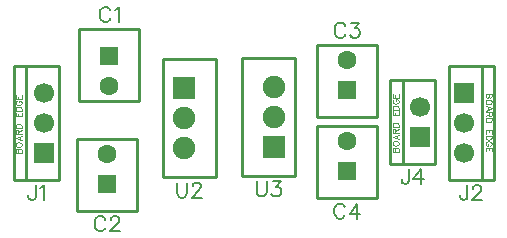
<source format=gbr>
G04 DipTrace 2.4.0.2*
%INTopAssy.gbr*%
%MOIN*%
%ADD10C,0.0098*%
%ADD12C,0.003*%
%ADD16R,0.063X0.063*%
%ADD17C,0.063*%
%ADD18R,0.0669X0.0669*%
%ADD19C,0.0669*%
%ADD20R,0.0748X0.0748*%
%ADD21C,0.0748*%
%ADD33C,0.0077*%
%FSLAX44Y44*%
G04*
G70*
G90*
G75*
G01*
%LNTopAssy*%
%LPD*%
X2188Y6147D2*
D10*
X4188D1*
Y3730D1*
X2188D1*
Y6147D1*
D16*
X3188Y5230D3*
D17*
Y4230D3*
X2125Y2490D2*
D10*
X4125D1*
Y73D1*
X2125D1*
Y2490D1*
D16*
X3125Y990D3*
D17*
Y1990D3*
X10126Y5620D2*
D10*
X12126D1*
Y3203D1*
X10126D1*
Y5620D1*
D16*
X11126Y4120D3*
D17*
Y5120D3*
X10126Y2910D2*
D10*
X12126D1*
Y493D1*
X10126D1*
Y2910D1*
D16*
X11126Y1410D3*
D17*
Y2410D3*
X402Y1106D2*
D10*
Y4894D1*
X0D2*
X1500D1*
Y1106D1*
X0D1*
Y4894D1*
D18*
X1000Y2000D3*
D19*
Y3000D3*
Y4000D3*
X15600Y4894D2*
D10*
Y1106D1*
X14502Y4894D2*
X16002D1*
Y1106D1*
X14502D1*
Y4894D1*
D18*
X15002Y4000D3*
D19*
Y3000D3*
Y2000D3*
X12965Y1646D2*
D10*
Y4434D1*
X12564D2*
X14064D1*
Y1646D1*
X12564D1*
Y4434D1*
D18*
X13564Y2540D3*
D19*
Y3540D3*
X4979Y5129D2*
D10*
X6751D1*
Y1191D1*
X4979D1*
Y5129D1*
D20*
X5688Y4160D3*
D21*
Y3160D3*
Y2160D3*
X7625Y5169D2*
D10*
X9397D1*
Y1231D1*
X7625D1*
Y5169D1*
D20*
X8688Y2200D3*
D21*
Y3200D3*
Y4200D3*
X3230Y6760D2*
D33*
X3206Y6807D1*
X3158Y6855D1*
X3111Y6879D1*
X3015D1*
X2967Y6855D1*
X2919Y6807D1*
X2895Y6760D1*
X2871Y6688D1*
Y6568D1*
X2895Y6497D1*
X2919Y6449D1*
X2967Y6401D1*
X3015Y6377D1*
X3111D1*
X3158Y6401D1*
X3206Y6449D1*
X3230Y6497D1*
X3384Y6783D2*
X3432Y6807D1*
X3504Y6879D1*
Y6377D1*
X3060Y-216D2*
X3036Y-168D1*
X2988Y-120D1*
X2941Y-97D1*
X2845D1*
X2797Y-120D1*
X2749Y-168D1*
X2725Y-216D1*
X2701Y-288D1*
Y-408D1*
X2725Y-479D1*
X2749Y-527D1*
X2797Y-575D1*
X2845Y-599D1*
X2941D1*
X2988Y-575D1*
X3036Y-527D1*
X3060Y-479D1*
X3239Y-217D2*
Y-193D1*
X3262Y-145D1*
X3286Y-121D1*
X3334Y-97D1*
X3430D1*
X3477Y-121D1*
X3501Y-145D1*
X3526Y-193D1*
Y-240D1*
X3501Y-288D1*
X3454Y-360D1*
X3214Y-599D1*
X3549D1*
X11061Y6233D2*
X11037Y6280D1*
X10989Y6328D1*
X10941Y6352D1*
X10846D1*
X10798Y6328D1*
X10750Y6280D1*
X10726Y6233D1*
X10702Y6161D1*
Y6041D1*
X10726Y5970D1*
X10750Y5922D1*
X10798Y5874D1*
X10846Y5850D1*
X10941D1*
X10989Y5874D1*
X11037Y5922D1*
X11061Y5970D1*
X11263Y6352D2*
X11526D1*
X11383Y6160D1*
X11455D1*
X11502Y6137D1*
X11526Y6113D1*
X11550Y6041D1*
Y5993D1*
X11526Y5922D1*
X11478Y5874D1*
X11406Y5850D1*
X11335D1*
X11263Y5874D1*
X11240Y5898D1*
X11215Y5945D1*
X11049Y204D2*
X11025Y252D1*
X10977Y300D1*
X10930Y323D1*
X10834D1*
X10786Y300D1*
X10738Y252D1*
X10714Y204D1*
X10690Y132D1*
Y12D1*
X10714Y-59D1*
X10738Y-107D1*
X10786Y-155D1*
X10834Y-179D1*
X10930D1*
X10977Y-155D1*
X11025Y-107D1*
X11049Y-59D1*
X11443Y-179D2*
Y323D1*
X11203Y-12D1*
X11562D1*
X733Y937D2*
Y554D1*
X709Y482D1*
X685Y459D1*
X637Y434D1*
X589D1*
X541Y459D1*
X518Y482D1*
X493Y554D1*
Y602D1*
X887Y841D2*
X935Y865D1*
X1007Y936D1*
Y434D1*
X15127Y937D2*
Y554D1*
X15103Y482D1*
X15078Y459D1*
X15031Y434D1*
X14983D1*
X14935Y459D1*
X14912Y482D1*
X14887Y554D1*
Y602D1*
X15305Y817D2*
Y841D1*
X15329Y889D1*
X15353Y912D1*
X15401Y936D1*
X15497D1*
X15544Y912D1*
X15568Y889D1*
X15592Y841D1*
Y793D1*
X15568Y745D1*
X15520Y674D1*
X15281Y434D1*
X15616D1*
X13177Y1477D2*
Y1094D1*
X13153Y1022D1*
X13129Y999D1*
X13081Y974D1*
X13033D1*
X12986Y999D1*
X12962Y1022D1*
X12938Y1094D1*
Y1142D1*
X13571Y974D2*
Y1476D1*
X13331Y1142D1*
X13690D1*
X5453Y1022D2*
Y663D1*
X5477Y591D1*
X5525Y544D1*
X5597Y520D1*
X5644D1*
X5716Y544D1*
X5764Y591D1*
X5788Y663D1*
Y1022D1*
X5967Y902D2*
Y926D1*
X5991Y974D1*
X6014Y998D1*
X6062Y1021D1*
X6158D1*
X6206Y998D1*
X6229Y974D1*
X6254Y926D1*
Y878D1*
X6229Y830D1*
X6182Y759D1*
X5942Y520D1*
X6277D1*
X8099Y1062D2*
Y703D1*
X8123Y631D1*
X8171Y584D1*
X8243Y560D1*
X8290D1*
X8362Y584D1*
X8410Y631D1*
X8434Y703D1*
Y1062D1*
X8637Y1061D2*
X8899D1*
X8756Y870D1*
X8828D1*
X8875Y846D1*
X8899Y823D1*
X8923Y751D1*
Y703D1*
X8899Y631D1*
X8852Y583D1*
X8780Y560D1*
X8708D1*
X8637Y583D1*
X8613Y608D1*
X8588Y655D1*
X68Y2016D2*
D12*
X269D1*
Y2102D1*
X259Y2131D1*
X250Y2140D1*
X231Y2150D1*
X202D1*
X183Y2140D1*
X173Y2131D1*
X164Y2102D1*
X154Y2131D1*
X144Y2140D1*
X125Y2150D1*
X106D1*
X87Y2140D1*
X77Y2131D1*
X68Y2102D1*
Y2016D1*
X164D2*
Y2102D1*
X68Y2269D2*
X77Y2250D1*
X97Y2231D1*
X116Y2221D1*
X144Y2211D1*
X192D1*
X221Y2221D1*
X240Y2231D1*
X259Y2250D1*
X269Y2269D1*
Y2307D1*
X259Y2326D1*
X240Y2345D1*
X221Y2355D1*
X192Y2364D1*
X144D1*
X116Y2355D1*
X97Y2345D1*
X77Y2326D1*
X68Y2307D1*
Y2269D1*
X269Y2579D2*
X68Y2503D1*
X269Y2426D1*
X202Y2455D2*
Y2551D1*
X164Y2641D2*
Y2727D1*
X154Y2756D1*
X144Y2765D1*
X125Y2775D1*
X106D1*
X87Y2765D1*
X77Y2756D1*
X68Y2727D1*
Y2641D1*
X269D1*
X164Y2708D2*
X269Y2775D1*
X68Y2837D2*
X269D1*
Y2904D1*
X259Y2932D1*
X240Y2952D1*
X221Y2961D1*
X192Y2971D1*
X144D1*
X116Y2961D1*
X97Y2952D1*
X77Y2932D1*
X68Y2904D1*
Y2837D1*
Y3351D2*
Y3227D1*
X269D1*
Y3351D1*
X164Y3227D2*
Y3303D1*
X68Y3413D2*
X269D1*
Y3480D1*
X259Y3509D1*
X240Y3528D1*
X221Y3537D1*
X192Y3547D1*
X144D1*
X116Y3537D1*
X97Y3528D1*
X77Y3509D1*
X68Y3480D1*
Y3413D1*
X116Y3752D2*
X97Y3743D1*
X77Y3723D1*
X68Y3704D1*
Y3666D1*
X77Y3647D1*
X97Y3628D1*
X116Y3618D1*
X144Y3609D1*
X192D1*
X221Y3618D1*
X240Y3628D1*
X259Y3647D1*
X269Y3666D1*
Y3704D1*
X259Y3723D1*
X240Y3743D1*
X221Y3752D1*
X192D1*
Y3704D1*
X68Y3938D2*
Y3814D1*
X269D1*
Y3938D1*
X164Y3814D2*
Y3890D1*
X15934Y3984D2*
X15733D1*
Y3898D1*
X15743Y3869D1*
X15752Y3860D1*
X15771Y3850D1*
X15800D1*
X15819Y3860D1*
X15829Y3869D1*
X15838Y3898D1*
X15848Y3869D1*
X15857Y3860D1*
X15876Y3850D1*
X15895D1*
X15915Y3860D1*
X15924Y3869D1*
X15934Y3898D1*
Y3984D1*
X15838D2*
Y3898D1*
X15934Y3731D2*
X15924Y3750D1*
X15905Y3769D1*
X15886Y3779D1*
X15857Y3789D1*
X15809D1*
X15781Y3779D1*
X15762Y3769D1*
X15743Y3750D1*
X15733Y3731D1*
Y3693D1*
X15743Y3674D1*
X15762Y3655D1*
X15781Y3645D1*
X15809Y3636D1*
X15857D1*
X15886Y3645D1*
X15905Y3655D1*
X15924Y3674D1*
X15934Y3693D1*
Y3731D1*
X15733Y3421D2*
X15934Y3497D1*
X15733Y3574D1*
X15800Y3545D2*
Y3449D1*
X15838Y3359D2*
Y3273D1*
X15848Y3244D1*
X15857Y3235D1*
X15876Y3225D1*
X15895D1*
X15915Y3235D1*
X15924Y3244D1*
X15934Y3273D1*
Y3359D1*
X15733D1*
X15838Y3292D2*
X15733Y3225D1*
X15934Y3163D2*
X15733D1*
Y3096D1*
X15743Y3068D1*
X15762Y3048D1*
X15781Y3039D1*
X15809Y3029D1*
X15857D1*
X15886Y3039D1*
X15905Y3048D1*
X15924Y3068D1*
X15934Y3096D1*
Y3163D1*
Y2649D2*
Y2773D1*
X15733D1*
Y2649D1*
X15838Y2773D2*
Y2697D1*
X15934Y2587D2*
X15733D1*
Y2520D1*
X15743Y2491D1*
X15762Y2472D1*
X15781Y2463D1*
X15809Y2453D1*
X15857D1*
X15886Y2463D1*
X15905Y2472D1*
X15924Y2491D1*
X15934Y2520D1*
Y2587D1*
X15886Y2248D2*
X15905Y2257D1*
X15924Y2277D1*
X15934Y2296D1*
Y2334D1*
X15924Y2353D1*
X15905Y2372D1*
X15886Y2382D1*
X15857Y2391D1*
X15809D1*
X15781Y2382D1*
X15762Y2372D1*
X15743Y2353D1*
X15733Y2334D1*
Y2296D1*
X15743Y2277D1*
X15762Y2257D1*
X15781Y2248D1*
X15809D1*
Y2296D1*
X15934Y2062D2*
Y2186D1*
X15733D1*
Y2062D1*
X15838Y2186D2*
Y2110D1*
X12632Y2055D2*
X12833D1*
Y2142D1*
X12823Y2170D1*
X12813Y2180D1*
X12794Y2189D1*
X12766D1*
X12746Y2180D1*
X12737Y2170D1*
X12727Y2142D1*
X12718Y2170D1*
X12708Y2180D1*
X12689Y2189D1*
X12670D1*
X12651Y2180D1*
X12641Y2170D1*
X12632Y2142D1*
Y2055D1*
X12727D2*
Y2142D1*
X12632Y2309D2*
X12641Y2289D1*
X12660Y2270D1*
X12680Y2261D1*
X12708Y2251D1*
X12756D1*
X12785Y2261D1*
X12804Y2270D1*
X12823Y2289D1*
X12833Y2309D1*
Y2347D1*
X12823Y2366D1*
X12804Y2385D1*
X12785Y2395D1*
X12756Y2404D1*
X12708D1*
X12680Y2395D1*
X12660Y2385D1*
X12641Y2366D1*
X12632Y2347D1*
Y2309D1*
X12833Y2619D2*
X12632Y2542D1*
X12833Y2466D1*
X12766Y2495D2*
Y2590D1*
X12727Y2681D2*
Y2767D1*
X12718Y2795D1*
X12708Y2805D1*
X12689Y2815D1*
X12670D1*
X12651Y2805D1*
X12641Y2795D1*
X12632Y2767D1*
Y2681D1*
X12833D1*
X12727Y2748D2*
X12833Y2815D1*
X12632Y2876D2*
X12833D1*
Y2943D1*
X12823Y2972D1*
X12804Y2991D1*
X12785Y3001D1*
X12756Y3010D1*
X12708D1*
X12680Y3001D1*
X12660Y2991D1*
X12641Y2972D1*
X12632Y2943D1*
Y2876D1*
Y3391D2*
Y3267D1*
X12833D1*
Y3391D1*
X12727Y3267D2*
Y3343D1*
X12632Y3453D2*
X12833D1*
Y3520D1*
X12823Y3548D1*
X12804Y3568D1*
X12785Y3577D1*
X12756Y3587D1*
X12708D1*
X12680Y3577D1*
X12660Y3568D1*
X12641Y3548D1*
X12632Y3520D1*
Y3453D1*
X12680Y3792D2*
X12660Y3782D1*
X12641Y3763D1*
X12632Y3744D1*
Y3706D1*
X12641Y3687D1*
X12660Y3668D1*
X12680Y3658D1*
X12708Y3648D1*
X12756D1*
X12785Y3658D1*
X12804Y3668D1*
X12823Y3687D1*
X12833Y3706D1*
Y3744D1*
X12823Y3763D1*
X12804Y3782D1*
X12785Y3792D1*
X12756D1*
Y3744D1*
X12632Y3978D2*
Y3854D1*
X12833D1*
Y3978D1*
X12727Y3854D2*
Y3930D1*
M02*

</source>
